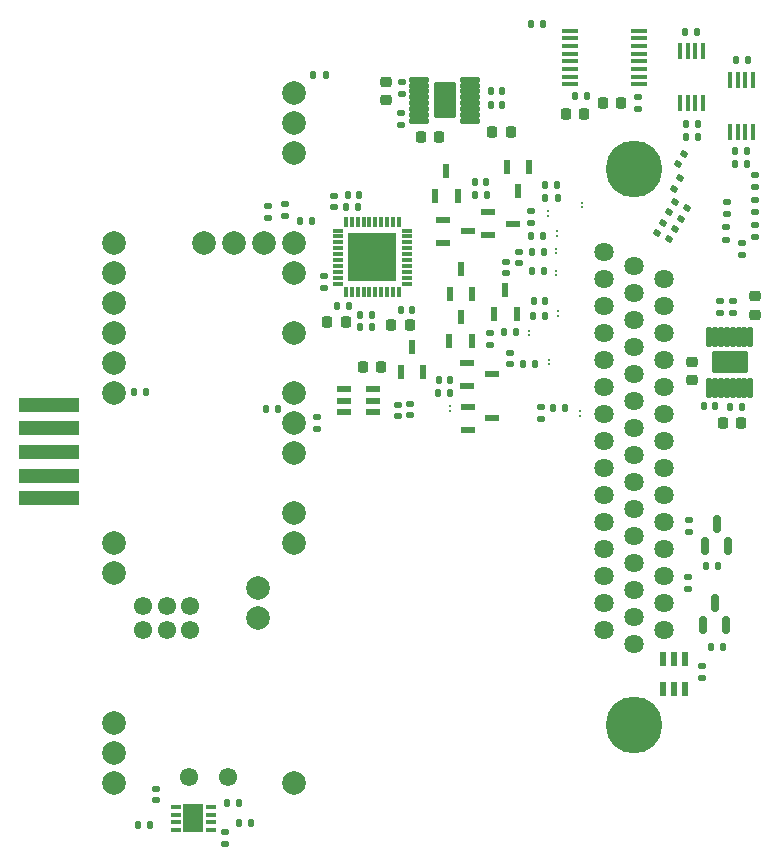
<source format=gbs>
G04 #@! TF.GenerationSoftware,KiCad,Pcbnew,8.0.7*
G04 #@! TF.CreationDate,2025-04-08T18:23:23-04:00*
G04 #@! TF.ProjectId,accessory_v4,61636365-7373-46f7-9279-5f76342e6b69,rev?*
G04 #@! TF.SameCoordinates,Original*
G04 #@! TF.FileFunction,Soldermask,Bot*
G04 #@! TF.FilePolarity,Negative*
%FSLAX46Y46*%
G04 Gerber Fmt 4.6, Leading zero omitted, Abs format (unit mm)*
G04 Created by KiCad (PCBNEW 8.0.7) date 2025-04-08 18:23:23*
%MOMM*%
%LPD*%
G01*
G04 APERTURE LIST*
G04 Aperture macros list*
%AMRoundRect*
0 Rectangle with rounded corners*
0 $1 Rounding radius*
0 $2 $3 $4 $5 $6 $7 $8 $9 X,Y pos of 4 corners*
0 Add a 4 corners polygon primitive as box body*
4,1,4,$2,$3,$4,$5,$6,$7,$8,$9,$2,$3,0*
0 Add four circle primitives for the rounded corners*
1,1,$1+$1,$2,$3*
1,1,$1+$1,$4,$5*
1,1,$1+$1,$6,$7*
1,1,$1+$1,$8,$9*
0 Add four rect primitives between the rounded corners*
20,1,$1+$1,$2,$3,$4,$5,0*
20,1,$1+$1,$4,$5,$6,$7,0*
20,1,$1+$1,$6,$7,$8,$9,0*
20,1,$1+$1,$8,$9,$2,$3,0*%
G04 Aperture macros list end*
%ADD10C,1.638000*%
%ADD11C,4.801000*%
%ADD12R,5.200000X1.250000*%
%ADD13C,2.004000*%
%ADD14C,1.554000*%
%ADD15RoundRect,0.135000X0.092715X-0.209413X0.227715X0.024413X-0.092715X0.209413X-0.227715X-0.024413X0*%
%ADD16RoundRect,0.140000X0.170000X-0.140000X0.170000X0.140000X-0.170000X0.140000X-0.170000X-0.140000X0*%
%ADD17RoundRect,0.135000X-0.135000X-0.185000X0.135000X-0.185000X0.135000X0.185000X-0.135000X0.185000X0*%
%ADD18RoundRect,0.135000X0.185000X-0.135000X0.185000X0.135000X-0.185000X0.135000X-0.185000X-0.135000X0*%
%ADD19R,0.254000X0.152400*%
%ADD20RoundRect,0.140000X-0.140000X-0.170000X0.140000X-0.170000X0.140000X0.170000X-0.140000X0.170000X0*%
%ADD21RoundRect,0.060500X0.766500X0.181500X-0.766500X0.181500X-0.766500X-0.181500X0.766500X-0.181500X0*%
%ADD22RoundRect,0.102000X0.825500X1.422500X-0.825500X1.422500X-0.825500X-1.422500X0.825500X-1.422500X0*%
%ADD23R,1.250000X0.600000*%
%ADD24RoundRect,0.225000X-0.250000X0.225000X-0.250000X-0.225000X0.250000X-0.225000X0.250000X0.225000X0*%
%ADD25RoundRect,0.225000X0.225000X0.250000X-0.225000X0.250000X-0.225000X-0.250000X0.225000X-0.250000X0*%
%ADD26R,0.850000X0.350000*%
%ADD27R,1.700000X2.450000*%
%ADD28RoundRect,0.140000X0.140000X0.170000X-0.140000X0.170000X-0.140000X-0.170000X0.140000X-0.170000X0*%
%ADD29R,0.600000X1.250000*%
%ADD30RoundRect,0.135000X0.135000X0.185000X-0.135000X0.185000X-0.135000X-0.185000X0.135000X-0.185000X0*%
%ADD31R,1.200000X0.600000*%
%ADD32RoundRect,0.225000X-0.225000X-0.250000X0.225000X-0.250000X0.225000X0.250000X-0.225000X0.250000X0*%
%ADD33RoundRect,0.140000X-0.170000X0.140000X-0.170000X-0.140000X0.170000X-0.140000X0.170000X0.140000X0*%
%ADD34R,0.450000X1.400000*%
%ADD35R,1.475000X0.450000*%
%ADD36RoundRect,0.060500X-0.181500X0.766500X-0.181500X-0.766500X0.181500X-0.766500X0.181500X0.766500X0*%
%ADD37RoundRect,0.102000X-1.422500X0.825500X-1.422500X-0.825500X1.422500X-0.825500X1.422500X0.825500X0*%
%ADD38RoundRect,0.150000X0.150000X-0.587500X0.150000X0.587500X-0.150000X0.587500X-0.150000X-0.587500X0*%
%ADD39RoundRect,0.135000X-0.185000X0.135000X-0.185000X-0.135000X0.185000X-0.135000X0.185000X0.135000X0*%
%ADD40R,0.600000X1.200000*%
%ADD41R,0.300000X0.850000*%
%ADD42R,0.850000X0.300000*%
%ADD43R,4.050000X4.050000*%
G04 APERTURE END LIST*
D10*
X50460000Y-55869000D03*
X50460000Y-53583000D03*
X50460000Y-51297000D03*
X50460000Y-49011000D03*
X50460000Y-46725000D03*
X50460000Y-44439000D03*
X50460000Y-42153000D03*
X50460000Y-39867000D03*
X50460000Y-37581000D03*
X50460000Y-35295000D03*
X50460000Y-33009000D03*
X50460000Y-30723000D03*
X50460000Y-28437000D03*
X50460000Y-26151000D03*
X50460000Y-23865000D03*
X53000000Y-57012000D03*
X53000000Y-54726000D03*
X53000000Y-52440000D03*
X53000000Y-50154000D03*
X53000000Y-47868000D03*
X53000000Y-45582000D03*
X53000000Y-43296000D03*
X53000000Y-41010000D03*
X53000000Y-38724000D03*
X53000000Y-36438000D03*
X53000000Y-34152000D03*
X53000000Y-31866000D03*
X53000000Y-29580000D03*
X53000000Y-27294000D03*
X53000000Y-25008000D03*
X55540000Y-55869000D03*
X55540000Y-53583000D03*
X55540000Y-51297000D03*
X55540000Y-49011000D03*
X55540000Y-46725000D03*
X55540000Y-44439000D03*
X55540000Y-42153000D03*
X55540000Y-39867000D03*
X55540000Y-37581000D03*
X55540000Y-35295000D03*
X55540000Y-33009000D03*
X55540000Y-30723000D03*
X55540000Y-28437000D03*
X55540000Y-26151000D03*
D11*
X53000000Y-63895000D03*
X53000000Y-16855000D03*
D12*
X3500000Y-36800000D03*
X3500000Y-38800000D03*
X3500000Y-40800000D03*
X3500000Y-42800000D03*
X3500000Y-44700000D03*
D13*
X8980000Y-63720000D03*
X19140000Y-23080000D03*
X24220000Y-48480000D03*
X24220000Y-45936000D03*
X24220000Y-40860000D03*
X24220000Y-38320000D03*
X24220000Y-35780000D03*
X8980000Y-35780000D03*
X8980000Y-48480000D03*
X8980000Y-51020000D03*
X24220000Y-30696000D03*
X24220000Y-25620000D03*
X24220000Y-23080000D03*
X24220000Y-15460000D03*
X24220000Y-12920000D03*
X24220000Y-10380000D03*
X8980000Y-23080000D03*
X8980000Y-25620000D03*
X8980000Y-28160000D03*
X8980000Y-30700000D03*
D14*
X18632000Y-68288000D03*
X15330000Y-68288000D03*
D13*
X24220000Y-68800000D03*
X8980000Y-33240000D03*
X8980000Y-66260000D03*
X16600000Y-23080000D03*
D14*
X13430000Y-53830000D03*
X13430000Y-55830000D03*
X11430000Y-55830000D03*
X11430000Y-53830000D03*
X15430000Y-53830000D03*
X15430000Y-55830000D03*
D13*
X21170000Y-54830000D03*
X21170000Y-52290000D03*
X21680000Y-23080000D03*
X8980000Y-68800000D03*
D15*
X55985000Y-20501673D03*
X56495000Y-19618327D03*
D16*
X34050000Y-37690000D03*
X34050000Y-36730000D03*
X40792400Y-31696600D03*
X40792400Y-30736600D03*
D17*
X44321000Y-22479000D03*
X45341000Y-22479000D03*
D18*
X57565548Y-52427900D03*
X57565548Y-51407900D03*
D19*
X45694600Y-20802600D03*
X45694600Y-20421600D03*
X46431200Y-23977600D03*
X46431200Y-23596600D03*
X48615600Y-19697700D03*
X48615600Y-20078700D03*
D20*
X58940000Y-36880000D03*
X59900000Y-36880000D03*
D21*
X39160000Y-9260000D03*
X39160000Y-9760000D03*
X39160000Y-10260000D03*
X39160000Y-10760000D03*
X39160000Y-11260000D03*
X39160000Y-11760000D03*
X39160000Y-12260000D03*
X39160000Y-12760000D03*
X34840000Y-12760000D03*
X34840000Y-12260000D03*
X34840000Y-11760000D03*
X34840000Y-11260000D03*
X34840000Y-10760000D03*
X34840000Y-10260000D03*
X34840000Y-9760000D03*
X34840000Y-9260000D03*
D22*
X37000000Y-11010000D03*
D23*
X38921000Y-38902600D03*
X38921000Y-36992600D03*
X41021000Y-37947600D03*
D17*
X44295600Y-4546600D03*
X45315600Y-4546600D03*
D24*
X63220000Y-27605000D03*
X63220000Y-29155000D03*
D25*
X36495000Y-14160000D03*
X34945000Y-14160000D03*
D19*
X46558200Y-28854400D03*
X46558200Y-29235400D03*
D26*
X17160000Y-70832500D03*
X17160000Y-71482500D03*
X17160000Y-72132500D03*
X17160000Y-72782500D03*
X14260000Y-72782500D03*
X14260000Y-72132500D03*
X14260000Y-71482500D03*
X14260000Y-70832500D03*
D27*
X15710000Y-71807500D03*
D18*
X60820000Y-22800000D03*
X60820000Y-21780000D03*
D20*
X44503400Y-27990800D03*
X45463400Y-27990800D03*
D18*
X22020000Y-21000000D03*
X22020000Y-19980000D03*
D28*
X41830000Y-10250000D03*
X40870000Y-10250000D03*
D29*
X35177400Y-34027800D03*
X33267400Y-34027800D03*
X34222400Y-31927800D03*
D30*
X19560000Y-70480000D03*
X18540000Y-70480000D03*
D20*
X61160000Y-36970000D03*
X62120000Y-36970000D03*
D16*
X33010000Y-37730000D03*
X33010000Y-36770000D03*
D20*
X29850000Y-30230000D03*
X30810000Y-30230000D03*
D30*
X11695000Y-35740000D03*
X10675000Y-35740000D03*
D29*
X43078400Y-29133800D03*
X41168400Y-29133800D03*
X42123400Y-27033800D03*
D17*
X41984200Y-30632400D03*
X43004200Y-30632400D03*
D31*
X30930000Y-35490000D03*
X30930000Y-36440000D03*
X30930000Y-37390000D03*
X28430000Y-37390000D03*
X28430000Y-36440000D03*
X28430000Y-35490000D03*
D32*
X41025000Y-13730000D03*
X42575000Y-13730000D03*
D17*
X36444400Y-35788600D03*
X37464400Y-35788600D03*
D16*
X44323000Y-21381600D03*
X44323000Y-20421600D03*
D18*
X62110000Y-24090000D03*
X62110000Y-23070000D03*
D29*
X39309000Y-27373000D03*
X37399000Y-27373000D03*
X38354000Y-25273000D03*
D19*
X45796200Y-32969200D03*
X45796200Y-33350200D03*
D28*
X12010000Y-72410000D03*
X11050000Y-72410000D03*
D33*
X60310000Y-28020000D03*
X60310000Y-28980000D03*
D30*
X58397200Y-14126400D03*
X57377200Y-14126400D03*
D18*
X26210000Y-38880000D03*
X26210000Y-37860000D03*
D34*
X63080000Y-13655000D03*
X62430000Y-13655000D03*
X61780000Y-13655000D03*
X61130000Y-13655000D03*
X61130000Y-9255000D03*
X61780000Y-9255000D03*
X62430000Y-9255000D03*
X63080000Y-9255000D03*
D25*
X48781000Y-12192000D03*
X47231000Y-12192000D03*
D15*
X55935000Y-22791673D03*
X56445000Y-21908327D03*
D18*
X63230800Y-18391000D03*
X63230800Y-17371000D03*
D23*
X36821400Y-23068200D03*
X36821400Y-21158200D03*
X38921400Y-22113200D03*
D33*
X43281600Y-23827800D03*
X43281600Y-24787800D03*
X12530000Y-69310000D03*
X12530000Y-70270000D03*
D17*
X44371800Y-23825200D03*
X45391800Y-23825200D03*
D28*
X41830000Y-11400000D03*
X40870000Y-11400000D03*
D17*
X44473400Y-29235400D03*
X45493400Y-29235400D03*
D19*
X46456600Y-22110700D03*
X46456600Y-22491700D03*
D35*
X53458000Y-5105000D03*
X53458000Y-5755000D03*
X53458000Y-6405000D03*
X53458000Y-7055000D03*
X53458000Y-7705000D03*
X53458000Y-8355000D03*
X53458000Y-9005000D03*
X53458000Y-9655000D03*
X47582000Y-9655000D03*
X47582000Y-9005000D03*
X47582000Y-8355000D03*
X47582000Y-7705000D03*
X47582000Y-7055000D03*
X47582000Y-6405000D03*
X47582000Y-5755000D03*
X47582000Y-5105000D03*
D19*
X44094400Y-30924500D03*
X44094400Y-30543500D03*
D32*
X50375000Y-11220000D03*
X51925000Y-11220000D03*
D25*
X28605000Y-29810000D03*
X27055000Y-29810000D03*
D23*
X38870200Y-35168800D03*
X38870200Y-33258800D03*
X40970200Y-34213800D03*
D15*
X54980000Y-22243346D03*
X55490000Y-21360000D03*
D28*
X29620000Y-20060000D03*
X28660000Y-20060000D03*
D29*
X42225000Y-16628400D03*
X44135000Y-16628400D03*
X43180000Y-18728400D03*
D19*
X46431200Y-25819100D03*
X46431200Y-25438100D03*
D24*
X57920000Y-33175000D03*
X57920000Y-34725000D03*
D18*
X26746200Y-26900600D03*
X26746200Y-25880600D03*
D29*
X38069800Y-19098000D03*
X36159800Y-19098000D03*
X37114800Y-16998000D03*
D28*
X62633200Y-7619600D03*
X61673200Y-7619600D03*
D36*
X59360000Y-31040000D03*
X59860000Y-31040000D03*
X60360000Y-31040000D03*
X60860000Y-31040000D03*
X61360000Y-31040000D03*
X61860000Y-31040000D03*
X62360000Y-31040000D03*
X62860000Y-31040000D03*
X62860000Y-35360000D03*
X62360000Y-35360000D03*
X61860000Y-35360000D03*
X61360000Y-35360000D03*
X60860000Y-35360000D03*
X60360000Y-35360000D03*
X59860000Y-35360000D03*
X59360000Y-35360000D03*
D37*
X61110000Y-33200000D03*
D30*
X60111348Y-50472100D03*
X59091348Y-50472100D03*
D38*
X60955748Y-48768000D03*
X59055748Y-48768000D03*
X60005748Y-46893000D03*
D18*
X63230800Y-22607400D03*
X63230800Y-21587400D03*
D34*
X58861600Y-11267800D03*
X58211600Y-11267800D03*
X57561600Y-11267800D03*
X56911600Y-11267800D03*
X56911600Y-6867800D03*
X57561600Y-6867800D03*
X58211600Y-6867800D03*
X58861600Y-6867800D03*
D15*
X57025000Y-21031673D03*
X57535000Y-20148327D03*
D39*
X18420000Y-72970000D03*
X18420000Y-73990000D03*
D30*
X25730000Y-21200000D03*
X24710000Y-21200000D03*
X26890000Y-8850000D03*
X25870000Y-8850000D03*
D16*
X27640000Y-20080000D03*
X27640000Y-19120000D03*
D15*
X56765000Y-16441673D03*
X57275000Y-15558327D03*
D32*
X32455000Y-30030000D03*
X34005000Y-30030000D03*
D33*
X53365400Y-10774800D03*
X53365400Y-11734800D03*
X45135800Y-37010400D03*
X45135800Y-37970400D03*
D30*
X58422600Y-13059600D03*
X57402600Y-13059600D03*
X62564200Y-15315800D03*
X61544200Y-15315800D03*
D19*
X37388800Y-37290500D03*
X37388800Y-36909500D03*
D24*
X31970000Y-9425000D03*
X31970000Y-10975000D03*
D40*
X57350000Y-60820000D03*
X56400000Y-60820000D03*
X55450000Y-60820000D03*
X55450000Y-58320000D03*
X56400000Y-58320000D03*
X57350000Y-58320000D03*
D25*
X31595000Y-33580000D03*
X30045000Y-33580000D03*
D17*
X44344400Y-25501600D03*
X45364400Y-25501600D03*
D20*
X39519600Y-17952400D03*
X40479600Y-17952400D03*
D18*
X57655548Y-47557900D03*
X57655548Y-46537900D03*
X63230800Y-20473800D03*
X63230800Y-19453800D03*
D28*
X48994000Y-10668000D03*
X48034000Y-10668000D03*
D30*
X22887400Y-37185600D03*
X21867400Y-37185600D03*
D16*
X42545000Y-33350200D03*
X42545000Y-32390200D03*
D20*
X29850000Y-29190000D03*
X30810000Y-29190000D03*
D28*
X29740000Y-19010000D03*
X28780000Y-19010000D03*
D17*
X19570000Y-72240000D03*
X20590000Y-72240000D03*
D28*
X58321000Y-5216800D03*
X57361000Y-5216800D03*
D20*
X36474400Y-34671000D03*
X37434400Y-34671000D03*
D29*
X39293800Y-31419800D03*
X37383800Y-31419800D03*
X38338800Y-29319800D03*
D32*
X60505000Y-38360000D03*
X62055000Y-38360000D03*
D33*
X33370000Y-9500000D03*
X33370000Y-10460000D03*
D30*
X60566548Y-57304700D03*
X59546548Y-57304700D03*
D18*
X60845400Y-20641000D03*
X60845400Y-19621000D03*
D39*
X58730000Y-58930000D03*
X58730000Y-59950000D03*
D30*
X62589600Y-16408000D03*
X61569600Y-16408000D03*
D15*
X56375000Y-18481673D03*
X56885000Y-17598327D03*
D33*
X61380000Y-28030000D03*
X61380000Y-28990000D03*
D16*
X42189400Y-25626000D03*
X42189400Y-24666000D03*
D18*
X23430000Y-20790000D03*
X23430000Y-19770000D03*
D20*
X45496600Y-18161000D03*
X46456600Y-18161000D03*
D28*
X28840000Y-28450000D03*
X27880000Y-28450000D03*
D38*
X60777948Y-55422800D03*
X58877948Y-55422800D03*
X59827948Y-53547800D03*
D41*
X33110000Y-27240000D03*
X32610000Y-27240000D03*
X32110000Y-27240000D03*
X31610000Y-27240000D03*
X31110000Y-27240000D03*
X30610000Y-27240000D03*
X30110000Y-27240000D03*
X29610000Y-27240000D03*
X29110000Y-27240000D03*
X28610000Y-27240000D03*
D42*
X27910000Y-26540000D03*
X27910000Y-26040000D03*
X27910000Y-25540000D03*
X27910000Y-25040000D03*
X27910000Y-24540000D03*
X27910000Y-24040000D03*
X27910000Y-23540000D03*
X27910000Y-23040000D03*
X27910000Y-22540000D03*
X27910000Y-22040000D03*
D41*
X28610000Y-21340000D03*
X29110000Y-21340000D03*
X29610000Y-21340000D03*
X30110000Y-21340000D03*
X30610000Y-21340000D03*
X31110000Y-21340000D03*
X31610000Y-21340000D03*
X32110000Y-21340000D03*
X32610000Y-21340000D03*
X33110000Y-21340000D03*
D42*
X33810000Y-22040000D03*
X33810000Y-22540000D03*
X33810000Y-23040000D03*
X33810000Y-23540000D03*
X33810000Y-24040000D03*
X33810000Y-24540000D03*
X33810000Y-25040000D03*
X33810000Y-25540000D03*
X33810000Y-26040000D03*
X33810000Y-26540000D03*
D43*
X30860000Y-24290000D03*
D17*
X46149800Y-37084000D03*
X47169800Y-37084000D03*
D23*
X40673600Y-22418000D03*
X40673600Y-20508000D03*
X42773600Y-21463000D03*
D16*
X33310000Y-13070000D03*
X33310000Y-12110000D03*
D17*
X43635200Y-33299400D03*
X44655200Y-33299400D03*
X45512800Y-19278600D03*
X46532800Y-19278600D03*
X39525800Y-19021800D03*
X40545800Y-19021800D03*
D19*
X48437800Y-37719000D03*
X48437800Y-37338000D03*
D20*
X33280000Y-28750000D03*
X34240000Y-28750000D03*
M02*

</source>
